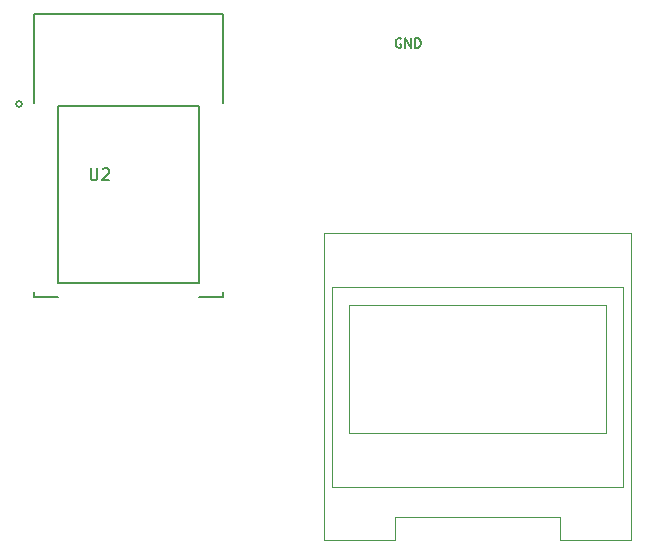
<source format=gbr>
%TF.GenerationSoftware,KiCad,Pcbnew,(7.0.0)*%
%TF.CreationDate,2025-03-31T13:01:06+03:00*%
%TF.ProjectId,test,74657374-2e6b-4696-9361-645f70636258,rev?*%
%TF.SameCoordinates,Original*%
%TF.FileFunction,Legend,Top*%
%TF.FilePolarity,Positive*%
%FSLAX46Y46*%
G04 Gerber Fmt 4.6, Leading zero omitted, Abs format (unit mm)*
G04 Created by KiCad (PCBNEW (7.0.0)) date 2025-03-31 13:01:06*
%MOMM*%
%LPD*%
G01*
G04 APERTURE LIST*
%ADD10C,0.200000*%
%ADD11C,0.150000*%
%ADD12C,0.127000*%
%ADD13C,0.100000*%
%ADD14C,0.120000*%
G04 APERTURE END LIST*
D10*
X162153523Y-57484000D02*
X162077333Y-57445904D01*
X162077333Y-57445904D02*
X161963047Y-57445904D01*
X161963047Y-57445904D02*
X161848761Y-57484000D01*
X161848761Y-57484000D02*
X161772571Y-57560190D01*
X161772571Y-57560190D02*
X161734476Y-57636380D01*
X161734476Y-57636380D02*
X161696380Y-57788761D01*
X161696380Y-57788761D02*
X161696380Y-57903047D01*
X161696380Y-57903047D02*
X161734476Y-58055428D01*
X161734476Y-58055428D02*
X161772571Y-58131619D01*
X161772571Y-58131619D02*
X161848761Y-58207809D01*
X161848761Y-58207809D02*
X161963047Y-58245904D01*
X161963047Y-58245904D02*
X162039238Y-58245904D01*
X162039238Y-58245904D02*
X162153523Y-58207809D01*
X162153523Y-58207809D02*
X162191619Y-58169714D01*
X162191619Y-58169714D02*
X162191619Y-57903047D01*
X162191619Y-57903047D02*
X162039238Y-57903047D01*
X162534476Y-58245904D02*
X162534476Y-57445904D01*
X162534476Y-57445904D02*
X162991619Y-58245904D01*
X162991619Y-58245904D02*
X162991619Y-57445904D01*
X163372571Y-58245904D02*
X163372571Y-57445904D01*
X163372571Y-57445904D02*
X163563047Y-57445904D01*
X163563047Y-57445904D02*
X163677333Y-57484000D01*
X163677333Y-57484000D02*
X163753523Y-57560190D01*
X163753523Y-57560190D02*
X163791618Y-57636380D01*
X163791618Y-57636380D02*
X163829714Y-57788761D01*
X163829714Y-57788761D02*
X163829714Y-57903047D01*
X163829714Y-57903047D02*
X163791618Y-58055428D01*
X163791618Y-58055428D02*
X163753523Y-58131619D01*
X163753523Y-58131619D02*
X163677333Y-58207809D01*
X163677333Y-58207809D02*
X163563047Y-58245904D01*
X163563047Y-58245904D02*
X163372571Y-58245904D01*
D11*
%TO.C,U2*%
X135889557Y-68454893D02*
X135889557Y-69265041D01*
X135889557Y-69265041D02*
X135937212Y-69360353D01*
X135937212Y-69360353D02*
X135984868Y-69408009D01*
X135984868Y-69408009D02*
X136080180Y-69455665D01*
X136080180Y-69455665D02*
X136270803Y-69455665D01*
X136270803Y-69455665D02*
X136366115Y-69408009D01*
X136366115Y-69408009D02*
X136413770Y-69360353D01*
X136413770Y-69360353D02*
X136461426Y-69265041D01*
X136461426Y-69265041D02*
X136461426Y-68454893D01*
X136890329Y-68550204D02*
X136937985Y-68502549D01*
X136937985Y-68502549D02*
X137033296Y-68454893D01*
X137033296Y-68454893D02*
X137271575Y-68454893D01*
X137271575Y-68454893D02*
X137366887Y-68502549D01*
X137366887Y-68502549D02*
X137414543Y-68550204D01*
X137414543Y-68550204D02*
X137462198Y-68645516D01*
X137462198Y-68645516D02*
X137462198Y-68740828D01*
X137462198Y-68740828D02*
X137414543Y-68883795D01*
X137414543Y-68883795D02*
X136842673Y-69455665D01*
X136842673Y-69455665D02*
X137462198Y-69455665D01*
D12*
X131078300Y-55380500D02*
X147078300Y-55380500D01*
X131078300Y-62880500D02*
X131078300Y-55380500D01*
X131078300Y-78880500D02*
X131078300Y-79380500D01*
X131078300Y-79380500D02*
X133078300Y-79380500D01*
X133078300Y-63140500D02*
X145078300Y-63140500D01*
X133078300Y-78140500D02*
X133078300Y-63140500D01*
X145078300Y-63140500D02*
X145078300Y-78140500D01*
X145078300Y-78140500D02*
X133078300Y-78140500D01*
X147078300Y-55380500D02*
X147078300Y-62880500D01*
X147078300Y-78880500D02*
X147078300Y-79380500D01*
X147078300Y-79380500D02*
X145078300Y-79380500D01*
X130078300Y-63005500D02*
G75*
G03*
X130078300Y-63005500I-250000J0D01*
G01*
D13*
%TO.C,U3*%
X155656000Y-73938000D02*
X155656000Y-99938000D01*
X155656000Y-99938000D02*
X161656000Y-99938000D01*
D14*
X156286000Y-78508000D02*
X156286000Y-95408000D01*
X156286000Y-95408000D02*
X180986000Y-95408000D01*
X157786000Y-79988000D02*
X157786000Y-90848000D01*
X157786000Y-90848000D02*
X179526000Y-90848000D01*
D13*
X161656000Y-97938000D02*
X175656000Y-97938000D01*
X161656000Y-99938000D02*
X161656000Y-97938000D01*
X175656000Y-97938000D02*
X175656000Y-99938000D01*
X175656000Y-99938000D02*
X181656000Y-99938000D01*
D14*
X179526000Y-79988000D02*
X157786000Y-79988000D01*
X179526000Y-90848000D02*
X179526000Y-79988000D01*
X180986000Y-78508000D02*
X156286000Y-78508000D01*
X180986000Y-95408000D02*
X180986000Y-78508000D01*
D13*
X181656000Y-73938000D02*
X155656000Y-73938000D01*
X181656000Y-99938000D02*
X181656000Y-73938000D01*
%TD*%
M02*

</source>
